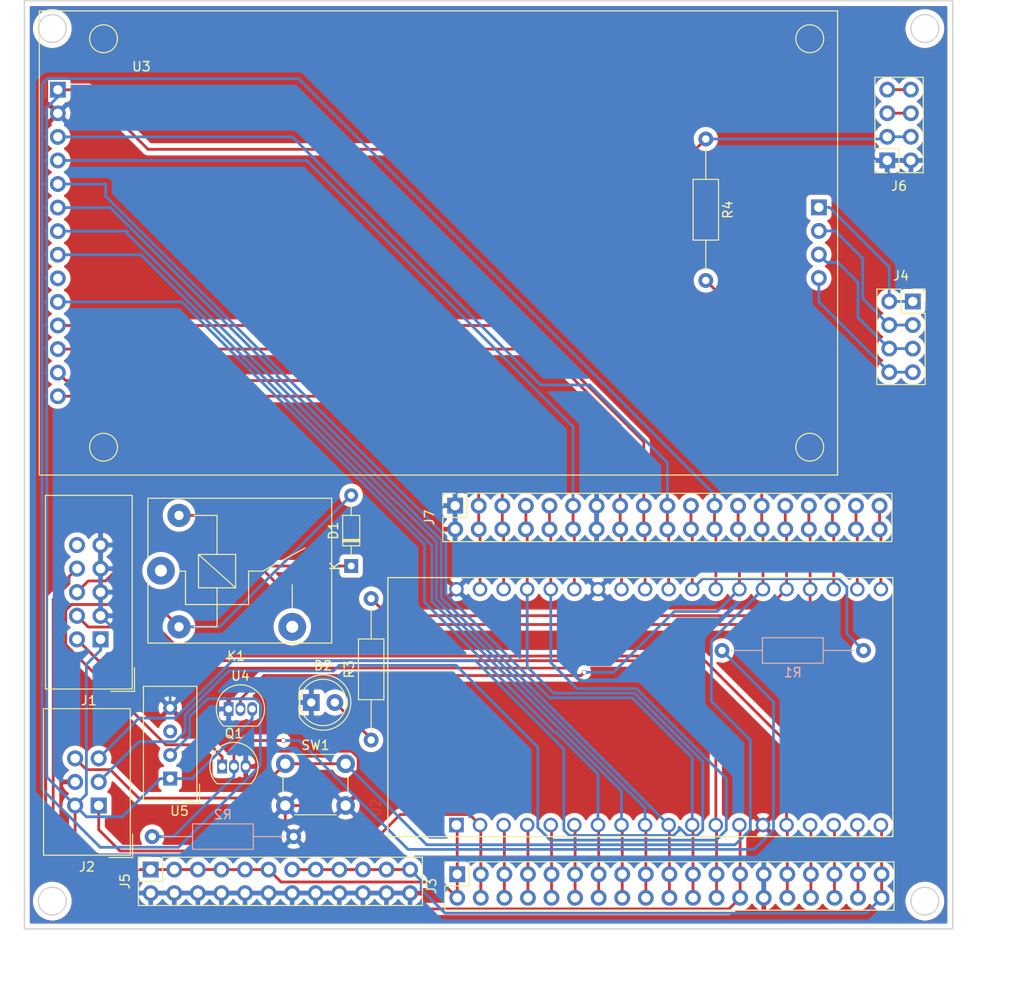
<source format=kicad_pcb>
(kicad_pcb (version 20171130) (host pcbnew 5.1.5+dfsg1-2build2)
  (layers (0 F.Cu signal) (31 B.Cu signal) (34 B.Paste user) (35 F.Paste user) (36 B.SilkS user) (37 F.SilkS user) (38 B.Mask user) (39 F.Mask user) (44 Edge.Cuts user))
  (net 0 "")
  (net 1 GND)
  (net 2 "Net-(D1-Pad1)")
  (net 3 "Net-(D1-Pad2)")
  (net 4 "Net-(D2-Pad2)")
  (net 5 /3.3V)
  (net 6 /IO14)
  (net 7 /IO13)
  (net 8 /IO15)
  (net 9 /IO12)
  (net 10 "Net-(J1-Pad10)")
  (net 11 /EN)
  (net 12 /IO3)
  (net 13 /IO1)
  (net 14 /IO0)
  (net 15 "Net-(J4-Pad7)")
  (net 16 "Net-(J4-Pad5)")
  (net 17 "Net-(J4-Pad3)")
  (net 18 "Net-(J4-Pad1)")
  (net 19 /VIN)
  (net 20 /SCL)
  (net 21 /SDA)
  (net 22 /IO23)
  (net 23 /IO22)
  (net 24 /IO21)
  (net 25 /IO19)
  (net 26 /IO18)
  (net 27 /IO5)
  (net 28 /IO17)
  (net 29 /IO16)
  (net 30 /IO4)
  (net 31 /IO2)
  (net 32 /IO8)
  (net 33 /IO7)
  (net 34 /IO6)
  (net 35 /E_RELE_A)
  (net 36 /E_RELE_B)
  (net 37 "Net-(Q1-Pad2)")
  (net 38 /IO36)
  (net 39 /IO39)
  (net 40 /IO34)
  (net 41 /IO35)
  (net 42 /IO32)
  (net 43 /IO33)
  (net 44 /IO25)
  (net 45 /IO26)
  (net 46 /IO27)
  (net 47 /IO9)
  (net 48 /IO10)
  (net 49 /IO11)
  (net 50 "Net-(U3-Pad9)")
  (net 51 "Net-(U5-Pad3)")
  (module Connector_PinSocket_2.54mm:PinSocket_2x19_P2.54mm_Vertical (layer F.Cu) (at 116.62 134.4 90)
    (fp_text reference J3 (at -1.27 -2.77 90) (layer F.SilkS))
    (fp_text value Conn_02x19_Counter_Clockwise)
    (pad 38 thru_hole oval (at -2.54 45.72 90) (size 1.7 1.7) (drill 1) (layers *.Cu *.Mask) (net 19 /VIN))
    (pad 37 thru_hole oval (at 0 45.72 90) (size 1.7 1.7) (drill 1) (layers *.Cu *.Mask) (net 19 /VIN))
    (pad 36 thru_hole oval (at -2.54 43.18 90) (size 1.7 1.7) (drill 1) (layers *.Cu *.Mask) (net 49 /IO11))
    (pad 35 thru_hole oval (at 0 43.18 90) (size 1.7 1.7) (drill 1) (layers *.Cu *.Mask) (net 49 /IO11))
    (pad 34 thru_hole oval (at -2.54 40.64 90) (size 1.7 1.7) (drill 1) (layers *.Cu *.Mask) (net 48 /IO10))
    (pad 33 thru_hole oval (at 0 40.64 90) (size 1.7 1.7) (drill 1) (layers *.Cu *.Mask) (net 48 /IO10))
    (pad 32 thru_hole oval (at -2.54 38.1 90) (size 1.7 1.7) (drill 1) (layers *.Cu *.Mask) (net 47 /IO9))
    (pad 31 thru_hole oval (at 0 38.1 90) (size 1.7 1.7) (drill 1) (layers *.Cu *.Mask) (net 47 /IO9))
    (pad 30 thru_hole oval (at -2.54 35.56 90) (size 1.7 1.7) (drill 1) (layers *.Cu *.Mask) (net 7 /IO13))
    (pad 29 thru_hole oval (at 0 35.56 90) (size 1.7 1.7) (drill 1) (layers *.Cu *.Mask) (net 7 /IO13))
    (pad 28 thru_hole oval (at -2.54 33.02 90) (size 1.7 1.7) (drill 1) (layers *.Cu *.Mask) (net 1 GND))
    (pad 27 thru_hole oval (at 0 33.02 90) (size 1.7 1.7) (drill 1) (layers *.Cu *.Mask) (net 1 GND))
    (pad 26 thru_hole oval (at -2.54 30.48 90) (size 1.7 1.7) (drill 1) (layers *.Cu *.Mask) (net 9 /IO12))
    (pad 25 thru_hole oval (at 0 30.48 90) (size 1.7 1.7) (drill 1) (layers *.Cu *.Mask) (net 9 /IO12))
    (pad 24 thru_hole oval (at -2.54 27.94 90) (size 1.7 1.7) (drill 1) (layers *.Cu *.Mask) (net 6 /IO14))
    (pad 23 thru_hole oval (at 0 27.94 90) (size 1.7 1.7) (drill 1) (layers *.Cu *.Mask) (net 6 /IO14))
    (pad 22 thru_hole oval (at -2.54 25.4 90) (size 1.7 1.7) (drill 1) (layers *.Cu *.Mask) (net 46 /IO27))
    (pad 21 thru_hole oval (at 0 25.4 90) (size 1.7 1.7) (drill 1) (layers *.Cu *.Mask) (net 46 /IO27))
    (pad 20 thru_hole oval (at -2.54 22.86 90) (size 1.7 1.7) (drill 1) (layers *.Cu *.Mask) (net 45 /IO26))
    (pad 19 thru_hole oval (at 0 22.86 90) (size 1.7 1.7) (drill 1) (layers *.Cu *.Mask) (net 45 /IO26))
    (pad 18 thru_hole oval (at -2.54 20.32 90) (size 1.7 1.7) (drill 1) (layers *.Cu *.Mask) (net 44 /IO25))
    (pad 17 thru_hole oval (at 0 20.32 90) (size 1.7 1.7) (drill 1) (layers *.Cu *.Mask) (net 44 /IO25))
    (pad 16 thru_hole oval (at -2.54 17.78 90) (size 1.7 1.7) (drill 1) (layers *.Cu *.Mask) (net 43 /IO33))
    (pad 15 thru_hole oval (at 0 17.78 90) (size 1.7 1.7) (drill 1) (layers *.Cu *.Mask) (net 43 /IO33))
    (pad 14 thru_hole oval (at -2.54 15.24 90) (size 1.7 1.7) (drill 1) (layers *.Cu *.Mask) (net 42 /IO32))
    (pad 13 thru_hole oval (at 0 15.24 90) (size 1.7 1.7) (drill 1) (layers *.Cu *.Mask) (net 42 /IO32))
    (pad 12 thru_hole oval (at -2.54 12.7 90) (size 1.7 1.7) (drill 1) (layers *.Cu *.Mask) (net 41 /IO35))
    (pad 11 thru_hole oval (at 0 12.7 90) (size 1.7 1.7) (drill 1) (layers *.Cu *.Mask) (net 41 /IO35))
    (pad 10 thru_hole oval (at -2.54 10.16 90) (size 1.7 1.7) (drill 1) (layers *.Cu *.Mask) (net 40 /IO34))
    (pad 9 thru_hole oval (at 0 10.16 90) (size 1.7 1.7) (drill 1) (layers *.Cu *.Mask) (net 40 /IO34))
    (pad 8 thru_hole oval (at -2.54 7.62 90) (size 1.7 1.7) (drill 1) (layers *.Cu *.Mask) (net 39 /IO39))
    (pad 7 thru_hole oval (at 0 7.62 90) (size 1.7 1.7) (drill 1) (layers *.Cu *.Mask) (net 39 /IO39))
    (pad 6 thru_hole oval (at -2.54 5.08 90) (size 1.7 1.7) (drill 1) (layers *.Cu *.Mask) (net 38 /IO36))
    (pad 5 thru_hole oval (at 0 5.08 90) (size 1.7 1.7) (drill 1) (layers *.Cu *.Mask) (net 38 /IO36))
    (pad 4 thru_hole oval (at -2.54 2.54 90) (size 1.7 1.7) (drill 1) (layers *.Cu *.Mask) (net 11 /EN))
    (pad 3 thru_hole oval (at 0 2.54 90) (size 1.7 1.7) (drill 1) (layers *.Cu *.Mask) (net 11 /EN))
    (pad 2 thru_hole oval (at -2.54 0 90) (size 1.7 1.7) (drill 1) (layers *.Cu *.Mask) (net 5 /3.3V))
    (pad 1 thru_hole rect (at 0 0 90) (size 1.7 1.7) (drill 1) (layers *.Cu *.Mask) (net 5 /3.3V))
  )
  (module Diode_THT:D_DO-34_SOD68_P7.62mm_Horizontal (layer F.Cu) (at 105.2 101.2 90)
    (fp_text reference D1 (at 3.81 -1.92 90) (layer F.SilkS))
    (fp_text value 1N4148)
    (fp_text user K (at 0 -1.75 90) (layer F.SilkS))
    (pad 1 thru_hole rect (at 0 0 90) (size 1.5 1.5) (drill 0.75) (layers *.Cu *.Mask) (net 2 "Net-(D1-Pad1)"))
    (pad 2 thru_hole oval (at 7.62 0 90) (size 1.5 1.5) (drill 0.75) (layers *.Cu *.Mask) (net 3 "Net-(D1-Pad2)"))
  )
  (module LED_THT:LED_D5.0mm (layer F.Cu) (at 100.9 115.9)
    (fp_text reference D2 (at 1.27 -3.96) (layer F.SilkS))
    (fp_text value LED)
    (pad 1 thru_hole rect (at 0 0) (size 1.8 1.8) (drill 0.9) (layers *.Cu *.Mask) (net 1 GND))
    (pad 2 thru_hole circle (at 2.54 0) (size 1.8 1.8) (drill 0.9) (layers *.Cu *.Mask) (net 4 "Net-(D2-Pad2)"))
  )
  (module Connector_IDC:IDC-Header_2x05_P2.54mm_Vertical (layer F.Cu) (at 78.2 109.1 180)
    (fp_text reference J1 (at 1.27 -6.604) (layer F.SilkS))
    (fp_text value Conn_02x05_JTAG)
    (pad 1 thru_hole rect (at 0 0 180) (size 1.7272 1.7272) (drill 1.016) (layers *.Cu *.Mask) (net 5 /3.3V))
    (pad 2 thru_hole oval (at 2.54 0 180) (size 1.7272 1.7272) (drill 1.016) (layers *.Cu *.Mask) (net 6 /IO14))
    (pad 3 thru_hole oval (at 0 2.54 180) (size 1.7272 1.7272) (drill 1.016) (layers *.Cu *.Mask) (net 1 GND))
    (pad 4 thru_hole oval (at 2.54 2.54 180) (size 1.7272 1.7272) (drill 1.016) (layers *.Cu *.Mask) (net 7 /IO13))
    (pad 5 thru_hole oval (at 0 5.08 180) (size 1.7272 1.7272) (drill 1.016) (layers *.Cu *.Mask) (net 1 GND))
    (pad 6 thru_hole oval (at 2.54 5.08 180) (size 1.7272 1.7272) (drill 1.016) (layers *.Cu *.Mask) (net 8 /IO15))
    (pad 7 thru_hole oval (at 0 7.62 180) (size 1.7272 1.7272) (drill 1.016) (layers *.Cu *.Mask) (net 1 GND))
    (pad 8 thru_hole oval (at 2.54 7.62 180) (size 1.7272 1.7272) (drill 1.016) (layers *.Cu *.Mask) (net 9 /IO12))
    (pad 9 thru_hole oval (at 0 10.16 180) (size 1.7272 1.7272) (drill 1.016) (layers *.Cu *.Mask) (net 1 GND))
    (pad 10 thru_hole oval (at 2.54 10.16 180) (size 1.7272 1.7272) (drill 1.016) (layers *.Cu *.Mask) (net 10 "Net-(J1-Pad10)"))
  )
  (module Connector_IDC:IDC-Header_2x03_P2.54mm_Vertical (layer F.Cu) (at 78 127 180)
    (fp_text reference J2 (at 1.27 -6.604) (layer F.SilkS))
    (fp_text value Conn_02x03_Top_Bottom)
    (pad 1 thru_hole rect (at 0 0 180) (size 1.7272 1.7272) (drill 1.016) (layers *.Cu *.Mask) (net 11 /EN))
    (pad 2 thru_hole oval (at 2.54 0 180) (size 1.7272 1.7272) (drill 1.016) (layers *.Cu *.Mask) (net 5 /3.3V))
    (pad 3 thru_hole oval (at 0 2.54 180) (size 1.7272 1.7272) (drill 1.016) (layers *.Cu *.Mask) (net 12 /IO3))
    (pad 4 thru_hole oval (at 2.54 2.54 180) (size 1.7272 1.7272) (drill 1.016) (layers *.Cu *.Mask) (net 1 GND))
    (pad 5 thru_hole oval (at 0 5.08 180) (size 1.7272 1.7272) (drill 1.016) (layers *.Cu *.Mask) (net 13 /IO1))
    (pad 6 thru_hole oval (at 2.54 5.08 180) (size 1.7272 1.7272) (drill 1.016) (layers *.Cu *.Mask) (net 14 /IO0))
  )
  (module Connector_PinSocket_2.54mm:PinSocket_2x04_P2.54mm_Vertical (layer F.Cu) (at 165.7 72.7)
    (fp_text reference J4 (at -1.27 -2.77) (layer F.SilkS))
    (fp_text value Conn_02x04_Counter_Clockwise)
    (pad 8 thru_hole oval (at -2.54 7.62) (size 1.7 1.7) (drill 1) (layers *.Cu *.Mask) (net 15 "Net-(J4-Pad7)"))
    (pad 7 thru_hole oval (at 0 7.62) (size 1.7 1.7) (drill 1) (layers *.Cu *.Mask) (net 15 "Net-(J4-Pad7)"))
    (pad 6 thru_hole oval (at -2.54 5.08) (size 1.7 1.7) (drill 1) (layers *.Cu *.Mask) (net 16 "Net-(J4-Pad5)"))
    (pad 5 thru_hole oval (at 0 5.08) (size 1.7 1.7) (drill 1) (layers *.Cu *.Mask) (net 16 "Net-(J4-Pad5)"))
    (pad 4 thru_hole oval (at -2.54 2.54) (size 1.7 1.7) (drill 1) (layers *.Cu *.Mask) (net 17 "Net-(J4-Pad3)"))
    (pad 3 thru_hole oval (at 0 2.54) (size 1.7 1.7) (drill 1) (layers *.Cu *.Mask) (net 17 "Net-(J4-Pad3)"))
    (pad 2 thru_hole oval (at -2.54 0) (size 1.7 1.7) (drill 1) (layers *.Cu *.Mask) (net 18 "Net-(J4-Pad1)"))
    (pad 1 thru_hole rect (at 0 0) (size 1.7 1.7) (drill 1) (layers *.Cu *.Mask) (net 18 "Net-(J4-Pad1)"))
  )
  (module Connector_PinSocket_2.54mm:PinSocket_2x12_P2.54mm_Vertical (layer F.Cu) (at 83.6 133.9 90)
    (fp_text reference J5 (at -1.27 -2.77 90) (layer F.SilkS))
    (fp_text value Conn_02x12_Counter_Clockwise)
    (pad 1 thru_hole rect (at 0 0 90) (size 1.7 1.7) (drill 1) (layers *.Cu *.Mask) (net 5 /3.3V))
    (pad 2 thru_hole oval (at -2.54 0 90) (size 1.7 1.7) (drill 1) (layers *.Cu *.Mask) (net 1 GND))
    (pad 3 thru_hole oval (at 0 2.54 90) (size 1.7 1.7) (drill 1) (layers *.Cu *.Mask) (net 5 /3.3V))
    (pad 4 thru_hole oval (at -2.54 2.54 90) (size 1.7 1.7) (drill 1) (layers *.Cu *.Mask) (net 1 GND))
    (pad 5 thru_hole oval (at 0 5.08 90) (size 1.7 1.7) (drill 1) (layers *.Cu *.Mask) (net 5 /3.3V))
    (pad 6 thru_hole oval (at -2.54 5.08 90) (size 1.7 1.7) (drill 1) (layers *.Cu *.Mask) (net 1 GND))
    (pad 7 thru_hole oval (at 0 7.62 90) (size 1.7 1.7) (drill 1) (layers *.Cu *.Mask) (net 5 /3.3V))
    (pad 8 thru_hole oval (at -2.54 7.62 90) (size 1.7 1.7) (drill 1) (layers *.Cu *.Mask) (net 1 GND))
    (pad 9 thru_hole oval (at 0 10.16 90) (size 1.7 1.7) (drill 1) (layers *.Cu *.Mask) (net 5 /3.3V))
    (pad 10 thru_hole oval (at -2.54 10.16 90) (size 1.7 1.7) (drill 1) (layers *.Cu *.Mask) (net 1 GND))
    (pad 11 thru_hole oval (at 0 12.7 90) (size 1.7 1.7) (drill 1) (layers *.Cu *.Mask) (net 5 /3.3V))
    (pad 12 thru_hole oval (at -2.54 12.7 90) (size 1.7 1.7) (drill 1) (layers *.Cu *.Mask) (net 1 GND))
    (pad 13 thru_hole oval (at 0 15.24 90) (size 1.7 1.7) (drill 1) (layers *.Cu *.Mask) (net 19 /VIN))
    (pad 14 thru_hole oval (at -2.54 15.24 90) (size 1.7 1.7) (drill 1) (layers *.Cu *.Mask) (net 1 GND))
    (pad 15 thru_hole oval (at 0 17.78 90) (size 1.7 1.7) (drill 1) (layers *.Cu *.Mask) (net 19 /VIN))
    (pad 16 thru_hole oval (at -2.54 17.78 90) (size 1.7 1.7) (drill 1) (layers *.Cu *.Mask) (net 1 GND))
    (pad 17 thru_hole oval (at 0 20.32 90) (size 1.7 1.7) (drill 1) (layers *.Cu *.Mask) (net 19 /VIN))
    (pad 18 thru_hole oval (at -2.54 20.32 90) (size 1.7 1.7) (drill 1) (layers *.Cu *.Mask) (net 1 GND))
    (pad 19 thru_hole oval (at 0 22.86 90) (size 1.7 1.7) (drill 1) (layers *.Cu *.Mask) (net 19 /VIN))
    (pad 20 thru_hole oval (at -2.54 22.86 90) (size 1.7 1.7) (drill 1) (layers *.Cu *.Mask) (net 1 GND))
    (pad 21 thru_hole oval (at 0 25.4 90) (size 1.7 1.7) (drill 1) (layers *.Cu *.Mask) (net 19 /VIN))
    (pad 22 thru_hole oval (at -2.54 25.4 90) (size 1.7 1.7) (drill 1) (layers *.Cu *.Mask) (net 1 GND))
    (pad 23 thru_hole oval (at 0 27.94 90) (size 1.7 1.7) (drill 1) (layers *.Cu *.Mask) (net 19 /VIN))
    (pad 24 thru_hole oval (at -2.54 27.94 90) (size 1.7 1.7) (drill 1) (layers *.Cu *.Mask) (net 1 GND))
  )
  (module Connector_PinSocket_2.54mm:PinSocket_2x04_P2.54mm_Vertical (layer F.Cu) (at 162.95 57.5 180)
    (fp_text reference J6 (at -1.27 -2.77) (layer F.SilkS))
    (fp_text value Conn_02x04_Counter_Clockwise_lcd)
    (pad 1 thru_hole rect (at 0 0 180) (size 1.7 1.7) (drill 1) (layers *.Cu *.Mask) (net 1 GND))
    (pad 2 thru_hole oval (at -2.54 0 180) (size 1.7 1.7) (drill 1) (layers *.Cu *.Mask) (net 1 GND))
    (pad 3 thru_hole oval (at 0 2.54 180) (size 1.7 1.7) (drill 1) (layers *.Cu *.Mask) (net 5 /3.3V))
    (pad 4 thru_hole oval (at -2.54 2.54 180) (size 1.7 1.7) (drill 1) (layers *.Cu *.Mask) (net 5 /3.3V))
    (pad 5 thru_hole oval (at 0 5.08 180) (size 1.7 1.7) (drill 1) (layers *.Cu *.Mask) (net 20 /SCL))
    (pad 6 thru_hole oval (at -2.54 5.08 180) (size 1.7 1.7) (drill 1) (layers *.Cu *.Mask) (net 20 /SCL))
    (pad 7 thru_hole oval (at 0 7.62 180) (size 1.7 1.7) (drill 1) (layers *.Cu *.Mask) (net 21 /SDA))
    (pad 8 thru_hole oval (at -2.54 7.62 180) (size 1.7 1.7) (drill 1) (layers *.Cu *.Mask) (net 21 /SDA))
  )
  (module Connector_PinSocket_2.54mm:PinSocket_2x19_P2.54mm_Vertical (layer F.Cu) (at 116.4 94.7 90)
    (fp_text reference J7 (at -1.27 -2.77 90) (layer F.SilkS))
    (fp_text value Conn_02x19_Counter_Clockwise)
    (pad 1 thru_hole rect (at 0 0 90) (size 1.7 1.7) (drill 1) (layers *.Cu *.Mask) (net 1 GND))
    (pad 2 thru_hole oval (at -2.54 0 90) (size 1.7 1.7) (drill 1) (layers *.Cu *.Mask) (net 1 GND))
    (pad 3 thru_hole oval (at 0 2.54 90) (size 1.7 1.7) (drill 1) (layers *.Cu *.Mask) (net 22 /IO23))
    (pad 4 thru_hole oval (at -2.54 2.54 90) (size 1.7 1.7) (drill 1) (layers *.Cu *.Mask) (net 22 /IO23))
    (pad 5 thru_hole oval (at 0 5.08 90) (size 1.7 1.7) (drill 1) (layers *.Cu *.Mask) (net 23 /IO22))
    (pad 6 thru_hole oval (at -2.54 5.08 90) (size 1.7 1.7) (drill 1) (layers *.Cu *.Mask) (net 23 /IO22))
    (pad 7 thru_hole oval (at 0 7.62 90) (size 1.7 1.7) (drill 1) (layers *.Cu *.Mask) (net 13 /IO1))
    (pad 8 thru_hole oval (at -2.54 7.62 90) (size 1.7 1.7) (drill 1) (layers *.Cu *.Mask) (net 13 /IO1))
    (pad 9 thru_hole oval (at 0 10.16 90) (size 1.7 1.7) (drill 1) (layers *.Cu *.Mask) (net 12 /IO3))
    (pad 10 thru_hole oval (at -2.54 10.16 90) (size 1.7 1.7) (drill 1) (layers *.Cu *.Mask) (net 12 /IO3))
    (pad 11 thru_hole oval (at 0 12.7 90) (size 1.7 1.7) (drill 1) (layers *.Cu *.Mask) (net 24 /IO21))
    (pad 12 thru_hole oval (at -2.54 12.7 90) (size 1.7 1.7) (drill 1) (layers *.Cu *.Mask) (net 24 /IO21))
    (pad 13 thru_hole oval (at 0 15.24 90) (size 1.7 1.7) (drill 1) (layers *.Cu *.Mask) (net 1 GND))
    (pad 14 thru_hole oval (at -2.54 15.24 90) (size 1.7 1.7) (drill 1) (layers *.Cu *.Mask) (net 1 GND))
    (pad 15 thru_hole oval (at 0 17.78 90) (size 1.7 1.7) (drill 1) (layers *.Cu *.Mask) (net 25 /IO19))
    (pad 16 thru_hole oval (at -2.54 17.78 90) (size 1.7 1.7) (drill 1) (layers *.Cu *.Mask) (net 25 /IO19))
    (pad 17 thru_hole oval (at 0 20.32 90) (size 1.7 1.7) (drill 1) (layers *.Cu *.Mask) (net 26 /IO18))
    (pad 18 thru_hole oval (at -2.54 20.32 90) (size 1.7 1.7) (drill 1) (layers *.Cu *.Mask) (net 26 /IO18))
    (pad 19 thru_hole oval (at 0 22.86 90) (size 1.7 1.7) (drill 1) (layers *.Cu *.Mask) (net 27 /IO5))
    (pad 20 thru_hole oval (at -2.54 22.86 90) (size 1.7 1.7) (drill 1) (layers *.Cu *.Mask) (net 27 /IO5))
    (pad 21 thru_hole oval (at 0 25.4 90) (size 1.7 1.7) (drill 1) (layers *.Cu *.Mask) (net 28 /IO17))
    (pad 22 thru_hole oval (at -2.54 25.4 90) (size 1.7 1.7) (drill 1) (layers *.Cu *.Mask) (net 28 /IO17))
    (pad 23 thru_hole oval (at 0 27.94 90) (size 1.7 1.7) (drill 1) (layers *.Cu *.Mask) (net 29 /IO16))
    (pad 24 thru_hole oval (at -2.54 27.94 90) (size 1.7 1.7) (drill 1) (layers *.Cu *.Mask) (net 29 /IO16))
    (pad 25 thru_hole oval (at 0 30.48 90) (size 1.7 1.7) (drill 1) (layers *.Cu *.Mask) (net 30 /IO4))
    (pad 26 thru_hole oval (at -2.54 30.48 90) (size 1.7 1.7) (drill 1) (layers *.Cu *.Mask) (net 30 /IO4))
    (pad 27 thru_hole oval (at 0 33.02 90) (size 1.7 1.7) (drill 1) (layers *.Cu *.Mask) (net 14 /IO0))
    (pad 28 thru_hole oval (at -2.54 33.02 90) (size 1.7 1.7) (drill 1) (layers *.Cu *.Mask) (net 14 /IO0))
    (pad 29 thru_hole oval (at 0 35.56 90) (size 1.7 1.7) (drill 1) (layers *.Cu *.Mask) (net 31 /IO2))
    (pad 30 thru_hole oval (at -2.54 35.56 90) (size 1.7 1.7) (drill 1) (layers *.Cu *.Mask) (net 31 /IO2))
    (pad 31 thru_hole oval (at 0 38.1 90) (size 1.7 1.7) (drill 1) (layers *.Cu *.Mask) (net 8 /IO15))
    (pad 32 thru_hole oval (at -2.54 38.1 90) (size 1.7 1.7) (drill 1) (layers *.Cu *.Mask) (net 8 /IO15))
    (pad 33 thru_hole oval (at 0 40.64 90) (size 1.7 1.7) (drill 1) (layers *.Cu *.Mask) (net 32 /IO8))
    (pad 34 thru_hole oval (at -2.54 40.64 90) (size 1.7 1.7) (drill 1) (layers *.Cu *.Mask) (net 32 /IO8))
    (pad 35 thru_hole oval (at 0 43.18 90) (size 1.7 1.7) (drill 1) (layers *.Cu *.Mask) (net 33 /IO7))
    (pad 36 thru_hole oval (at -2.54 43.18 90) (size 1.7 1.7) (drill 1) (layers *.Cu *.Mask) (net 33 /IO7))
    (pad 37 thru_hole oval (at 0 45.72 90) (size 1.7 1.7) (drill 1) (layers *.Cu *.Mask) (net 34 /IO6))
    (pad 38 thru_hole oval (at -2.54 45.72 90) (size 1.7 1.7) (drill 1) (layers *.Cu *.Mask) (net 34 /IO6))
  )
  (module Relay_THT:Relay_SPST_SANYOU_SRD_Series_Form_A (layer F.Cu) (at 84.7 101.7)
    (fp_text reference K1 (at 8.1 9.2) (layer F.SilkS))
    (fp_text value SANYOU_SRD_Form_A)
    (pad 2 thru_hole circle (at 1.95 6.05 90) (size 2.5 2.5) (drill 1) (layers *.Cu *.Mask) (net 3 "Net-(D1-Pad2)"))
    (pad 3 thru_hole circle (at 14.15 6.05 90) (size 3 3) (drill 1.3) (layers *.Cu *.Mask) (net 35 /E_RELE_A))
    (pad 5 thru_hole circle (at 1.95 -5.95 90) (size 2.5 2.5) (drill 1) (layers *.Cu *.Mask) (net 2 "Net-(D1-Pad1)"))
    (pad 1 thru_hole circle (at 0 0 90) (size 3 3) (drill 1.3) (layers *.Cu *.Mask) (net 36 /E_RELE_B))
  )
  (module Package_TO_SOT_THT:TO-92_Inline (layer F.Cu) (at 91.3 122.8)
    (fp_text reference Q1 (at 1.27 -3.56) (layer F.SilkS))
    (fp_text value BC547)
    (pad 1 thru_hole rect (at 0 0) (size 1.05 1.5) (drill 0.75) (layers *.Cu *.Mask) (net 3 "Net-(D1-Pad2)"))
    (pad 3 thru_hole oval (at 2.54 0) (size 1.05 1.5) (drill 0.75) (layers *.Cu *.Mask) (net 1 GND))
    (pad 2 thru_hole oval (at 1.27 0) (size 1.05 1.5) (drill 0.75) (layers *.Cu *.Mask) (net 37 "Net-(Q1-Pad2)"))
  )
  (module Resistor_THT:R_Axial_DIN0207_L6.3mm_D2.5mm_P15.24mm_Horizontal (layer B.Cu) (at 145.15 110.3)
    (fp_text reference R1 (at 7.62 2.37) (layer B.SilkS) (effects (justify mirror)))
    (fp_text value R)
    (pad 2 thru_hole oval (at 15.24 0) (size 1.6 1.6) (drill 0.8) (layers *.Cu *.Mask) (net 28 /IO17))
    (pad 1 thru_hole circle (at 0 0) (size 1.6 1.6) (drill 0.8) (layers *.Cu *.Mask) (net 37 "Net-(Q1-Pad2)"))
  )
  (module Resistor_THT:R_Axial_DIN0207_L6.3mm_D2.5mm_P15.24mm_Horizontal (layer B.Cu) (at 99 130.35 180)
    (fp_text reference R2 (at 7.62 2.37 180) (layer B.SilkS) (effects (justify mirror)))
    (fp_text value R)
    (pad 1 thru_hole circle (at 0 0 180) (size 1.6 1.6) (drill 0.8) (layers *.Cu *.Mask) (net 1 GND))
    (pad 2 thru_hole oval (at 15.24 0 180) (size 1.6 1.6) (drill 0.8) (layers *.Cu *.Mask) (net 37 "Net-(Q1-Pad2)"))
  )
  (module Resistor_THT:R_Axial_DIN0207_L6.3mm_D2.5mm_P15.24mm_Horizontal (layer F.Cu) (at 107.35 119.95 90)
    (fp_text reference R3 (at 7.62 -2.37 90) (layer F.SilkS))
    (fp_text value R)
    (pad 2 thru_hole oval (at 15.24 0 90) (size 1.6 1.6) (drill 0.8) (layers *.Cu *.Mask) (net 31 /IO2))
    (pad 1 thru_hole circle (at 0 0 90) (size 1.6 1.6) (drill 0.8) (layers *.Cu *.Mask) (net 4 "Net-(D2-Pad2)"))
  )
  (module Resistor_THT:R_Axial_DIN0207_L6.3mm_D2.5mm_P15.24mm_Horizontal (layer F.Cu) (at 143.4 55.2 270)
    (fp_text reference R4 (at 7.62 -2.37 90) (layer F.SilkS))
    (fp_text value R)
    (pad 1 thru_hole circle (at 0 0 270) (size 1.6 1.6) (drill 0.8) (layers *.Cu *.Mask) (net 5 /3.3V))
    (pad 2 thru_hole oval (at 15.24 0 270) (size 1.6 1.6) (drill 0.8) (layers *.Cu *.Mask) (net 14 /IO0))
  )
  (module Button_Switch_THT:SW_PUSH_6mm_H4.3mm (layer F.Cu) (at 98.1 122.5)
    (fp_text reference SW1 (at 3.25 -2) (layer F.SilkS))
    (fp_text value SW_Push)
    (pad 2 thru_hole circle (at 0 4.5 90) (size 2 2) (drill 1.1) (layers *.Cu *.Mask) (net 1 GND))
    (pad 1 thru_hole circle (at 0 0 90) (size 2 2) (drill 1.1) (layers *.Cu *.Mask) (net 14 /IO0))
    (pad 2 thru_hole circle (at 6.5 4.5 90) (size 2 2) (drill 1.1) (layers *.Cu *.Mask) (net 1 GND))
    (pad 1 thru_hole circle (at 6.5 0 90) (size 2 2) (drill 1.1) (layers *.Cu *.Mask) (net 14 /IO0))
  )
  (module devkitcv4:MODULE_ESP32-DEVKITC-32D (layer F.Cu) (at 136.3 116.4 90)
    (fp_text reference U2 (at -10.829175 -28.446045 90) (layer F.SilkS) (effects (font (size 1.000386 1.000386) (thickness 0.015))))
    (fp_text value ESP32-DEVKITC-32D)
    (pad 1 thru_hole rect (at -12.7 -19.76 90) (size 1.56 1.56) (drill 1.04) (layers *.Cu *.Mask) (net 5 /3.3V))
    (pad 2 thru_hole circle (at -12.7 -17.22 90) (size 1.56 1.56) (drill 1.04) (layers *.Cu *.Mask) (net 11 /EN))
    (pad 19 thru_hole circle (at -12.7 25.96 90) (size 1.56 1.56) (drill 1.04) (layers *.Cu *.Mask) (net 19 /VIN))
    (pad 3 thru_hole circle (at -12.7 -14.68 90) (size 1.56 1.56) (drill 1.04) (layers *.Cu *.Mask) (net 38 /IO36))
    (pad 4 thru_hole circle (at -12.7 -12.14 90) (size 1.56 1.56) (drill 1.04) (layers *.Cu *.Mask) (net 39 /IO39))
    (pad 5 thru_hole circle (at -12.7 -9.6 90) (size 1.56 1.56) (drill 1.04) (layers *.Cu *.Mask) (net 40 /IO34))
    (pad 6 thru_hole circle (at -12.7 -7.06 90) (size 1.56 1.56) (drill 1.04) (layers *.Cu *.Mask) (net 41 /IO35))
    (pad 7 thru_hole circle (at -12.7 -4.52 90) (size 1.56 1.56) (drill 1.04) (layers *.Cu *.Mask) (net 42 /IO32))
    (pad 8 thru_hole circle (at -12.7 -1.98 90) (size 1.56 1.56) (drill 1.04) (layers *.Cu *.Mask) (net 43 /IO33))
    (pad 9 thru_hole circle (at -12.7 0.56 90) (size 1.56 1.56) (drill 1.04) (layers *.Cu *.Mask) (net 44 /IO25))
    (pad 10 thru_hole circle (at -12.7 3.1 90) (size 1.56 1.56) (drill 1.04) (layers *.Cu *.Mask) (net 45 /IO26))
    (pad 11 thru_hole circle (at -12.7 5.64 90) (size 1.56 1.56) (drill 1.04) (layers *.Cu *.Mask) (net 46 /IO27))
    (pad 12 thru_hole circle (at -12.7 8.18 90) (size 1.56 1.56) (drill 1.04) (layers *.Cu *.Mask) (net 6 /IO14))
    (pad 13 thru_hole circle (at -12.7 10.72 90) (size 1.56 1.56) (drill 1.04) (layers *.Cu *.Mask) (net 9 /IO12))
    (pad 14 thru_hole circle (at -12.7 13.26 90) (size 1.56 1.56) (drill 1.04) (layers *.Cu *.Mask) (net 1 GND))
    (pad 15 thru_hole circle (at -12.7 15.8 90) (size 1.56 1.56) (drill 1.04) (layers *.Cu *.Mask) (net 7 /IO13))
    (pad 16 thru_hole circle (at -12.7 18.34 90) (size 1.56 1.56) (drill 1.04) (layers *.Cu *.Mask) (net 47 /IO9))
    (pad 17 thru_hole circle (at -12.7 20.88 90) (size 1.56 1.56) (drill 1.04) (layers *.Cu *.Mask) (net 48 /IO10))
    (pad 18 thru_hole circle (at -12.7 23.42 90) (size 1.56 1.56) (drill 1.04) (layers *.Cu *.Mask) (net 49 /IO11))
    (pad 20 thru_hole circle (at 12.7 -19.76 90) (size 1.56 1.56) (drill 1.04) (layers *.Cu *.Mask) (net 1 GND))
    (pad 21 thru_hole circle (at 12.7 -17.22 90) (size 1.56 1.56) (drill 1.04) (layers *.Cu *.Mask) (net 22 /IO23))
    (pad 22 thru_hole circle (at 12.7 -14.68 90) (size 1.56 1.56) (drill 1.04) (layers *.Cu *.Mask) (net 23 /IO22))
    (pad 23 thru_hole circle (at 12.7 -12.14 90) (size 1.56 1.56) (drill 1.04) (layers *.Cu *.Mask) (net 13 /IO1))
    (pad 24 thru_hole circle (at 12.7 -9.6 90) (size 1.56 1.56) (drill 1.04) (layers *.Cu *.Mask) (net 12 /IO3))
    (pad 25 thru_hole circle (at 12.7 -7.06 90) (size 1.56 1.56) (drill 1.04) (layers *.Cu *.Mask) (net 24 /IO21))
    (pad 26 thru_hole circle (at 12.7 -4.52 90) (size 1.56 1.56) (drill 1.04) (layers *.Cu *.Mask) (net 1 GND))
    (pad 27 thru_hole circle (at 12.7 -1.98 90) (size 1.56 1.56) (drill 1.04) (layers *.Cu *.Mask) (net 25 /IO19))
    (pad 28 thru_hole circle (at 12.7 0.56 90) (size 1.56 1.56) (drill 1.04) (layers *.Cu *.Mask) (net 26 /IO18))
    (pad 29 thru_hole circle (at 12.7 3.1 90) (size 1.56 1.56) (drill 1.04) (layers *.Cu *.Mask) (net 27 /IO5))
    (pad 30 thru_hole circle (at 12.7 5.64 90) (size 1.56 1.56) (drill 1.04) (layers *.Cu *.Mask) (net 28 /IO17))
    (pad 31 thru_hole circle (at 12.7 8.18 90) (size 1.56 1.56) (drill 1.04) (layers *.Cu *.Mask) (net 29 /IO16))
    (pad 32 thru_hole circle (at 12.7 10.72 90) (size 1.56 1.56) (drill 1.04) (layers *.Cu *.Mask) (net 30 /IO4))
    (pad 33 thru_hole circle (at 12.7 13.26 90) (size 1.56 1.56) (drill 1.04) (layers *.Cu *.Mask) (net 14 /IO0))
    (pad 34 thru_hole circle (at 12.7 15.8 90) (size 1.56 1.56) (drill 1.04) (layers *.Cu *.Mask) (net 31 /IO2))
    (pad 35 thru_hole circle (at 12.7 18.34 90) (size 1.56 1.56) (drill 1.04) (layers *.Cu *.Mask) (net 8 /IO15))
    (pad 36 thru_hole circle (at 12.7 20.88 90) (size 1.56 1.56) (drill 1.04) (layers *.Cu *.Mask) (net 32 /IO8))
    (pad 37 thru_hole circle (at 12.7 23.42 90) (size 1.56 1.56) (drill 1.04) (layers *.Cu *.Mask) (net 33 /IO7))
    (pad 38 thru_hole circle (at 12.7 25.96 90) (size 1.56 1.56) (drill 1.04) (layers *.Cu *.Mask) (net 34 /IO6))
  )
  (module tjctm24028-spi:tjctm24028-spi (layer F.Cu) (at 71.6 41.4)
    (fp_text reference U3 (at 11 6) (layer F.SilkS))
    (fp_text value TJCTM24028-SPI)
    (pad 12 thru_hole circle (at 2 36.43) (size 1.7 1.7) (drill 1) (layers *.Cu *.Mask) (net 25 /IO19))
    (pad 11 thru_hole circle (at 2 33.89) (size 1.7 1.7) (drill 1) (layers *.Cu *.Mask) (net 26 /IO18))
    (pad 10 thru_hole circle (at 2 31.35) (size 1.7 1.7) (drill 1) (layers *.Cu *.Mask) (net 42 /IO32))
    (pad 9 thru_hole circle (at 2 28.81) (size 1.7 1.7) (drill 1) (layers *.Cu *.Mask) (net 50 "Net-(U3-Pad9)"))
    (pad 8 thru_hole circle (at 2 26.27) (size 1.7 1.7) (drill 1) (layers *.Cu *.Mask) (net 43 /IO33))
    (pad 7 thru_hole circle (at 2 23.73) (size 1.7 1.7) (drill 1) (layers *.Cu *.Mask) (net 44 /IO25))
    (pad 6 thru_hole circle (at 2 21.19) (size 1.7 1.7) (drill 1) (layers *.Cu *.Mask) (net 45 /IO26))
    (pad 5 thru_hole circle (at 2 18.65) (size 1.7 1.7) (drill 1) (layers *.Cu *.Mask) (net 46 /IO27))
    (pad 4 thru_hole circle (at 2 16.11) (size 1.7 1.7) (drill 1) (layers *.Cu *.Mask) (net 24 /IO21))
    (pad 3 thru_hole circle (at 2 13.57) (size 1.7 1.7) (drill 1) (layers *.Cu *.Mask) (net 27 /IO5))
    (pad 2 thru_hole circle (at 2 11.03) (size 1.7 1.7) (drill 1) (layers *.Cu *.Mask) (net 1 GND))
    (pad 1 thru_hole rect (at 2 8.49) (size 1.7 1.7) (drill 1) (layers *.Cu *.Mask) (net 5 /3.3V))
    (pad 13 thru_hole circle (at 2 38.97) (size 1.7 1.7) (drill 1) (layers *.Cu *.Mask) (net 23 /IO22))
    (pad 14 thru_hole circle (at 2 41.51) (size 1.7 1.7) (drill 1) (layers *.Cu *.Mask) (net 22 /IO23))
    (pad 16 thru_hole circle (at 83.98 23.7) (size 1.7 1.7) (drill 1) (layers *.Cu *.Mask) (net 17 "Net-(J4-Pad3)"))
    (pad 15 thru_hole rect (at 83.98 21.16) (size 1.7 1.7) (drill 1) (layers *.Cu *.Mask) (net 18 "Net-(J4-Pad1)"))
    (pad 17 thru_hole circle (at 83.98 26.24) (size 1.7 1.7) (drill 1) (layers *.Cu *.Mask) (net 16 "Net-(J4-Pad5)"))
    (pad 18 thru_hole circle (at 83.98 28.78) (size 1.7 1.7) (drill 1) (layers *.Cu *.Mask) (net 15 "Net-(J4-Pad7)"))
  )
  (module Package_TO_SOT_THT:TO-92_Inline (layer F.Cu) (at 92 116.6)
    (fp_text reference U4 (at 1.27 -3.56) (layer F.SilkS))
    (fp_text value DS18B20)
    (pad 2 thru_hole oval (at 1.27 0) (size 1.05 1.5) (drill 0.75) (layers *.Cu *.Mask) (net 30 /IO4))
    (pad 3 thru_hole oval (at 2.54 0) (size 1.05 1.5) (drill 0.75) (layers *.Cu *.Mask) (net 5 /3.3V))
    (pad 1 thru_hole rect (at 0 0) (size 1.05 1.5) (drill 0.75) (layers *.Cu *.Mask) (net 1 GND))
  )
  (module Sensor:Aosong_DHT11_5.5x12.0_P2.54mm (layer F.Cu) (at 85.7 124.1 180)
    (fp_text reference U5 (at -1 -3.5) (layer F.SilkS))
    (fp_text value DHT11)
    (pad 1 thru_hole rect (at 0 0 180) (size 1.5 1.5) (drill 0.8) (layers *.Cu *.Mask) (net 5 /3.3V))
    (pad 2 thru_hole circle (at 0 2.54 180) (size 1.5 1.5) (drill 0.8) (layers *.Cu *.Mask) (net 29 /IO16))
    (pad 3 thru_hole circle (at 0 5.08 180) (size 1.5 1.5) (drill 0.8) (layers *.Cu *.Mask) (net 51 "Net-(U5-Pad3)"))
    (pad 4 thru_hole circle (at 0 7.62 180) (size 1.5 1.5) (drill 0.8) (layers *.Cu *.Mask) (net 1 GND))
  )
  (gr_circle (center 167 137.3) (end 168.5 137.3) (layer Edge.Cuts) (width 0.15))
  (gr_circle (center 167 43.3) (end 168.5 43.3) (layer Edge.Cuts) (width 0.15))
  (gr_circle (center 73 137.3) (end 74.5 137.3) (layer Edge.Cuts) (width 0.15))
  (gr_circle (center 73 43.3) (end 74.5 43.3) (layer Edge.Cuts) (width 0.15))
  (gr_line (start 70 140.3) (end 70 40.3) (layer Edge.Cuts) (width 0.15))
  (gr_line (start 170 140.3) (end 70 140.3) (layer Edge.Cuts) (width 0.15))
  (gr_line (start 170 40.3) (end 170 140.3) (layer Edge.Cuts) (width 0.15))
  (gr_line (start 70 40.3) (end 170 40.3) (layer Edge.Cuts) (width 0.15))
  (segment (start 85.7 114.06) (end 78.2 106.56) (width 0.3) (layer B.Cu) (net 1))
  (segment (start 85.7 116.48) (end 85.7 114.06) (width 0.3) (layer B.Cu) (net 1))
  (segment (start 78.2 106.56) (end 78.2 104.02) (width 0.3) (layer B.Cu) (net 1))
  (segment (start 78.2 104.02) (end 78.2 101.48) (width 0.3) (layer B.Cu) (net 1))
  (segment (start 78.2 101.48) (end 78.2 98.94) (width 0.3) (layer B.Cu) (net 1))
  (segment (start 98.1 129.45) (end 99 130.35) (width 0.3) (layer F.Cu) (net 1))
  (segment (start 98.1 127) (end 98.1 129.45) (width 0.3) (layer F.Cu) (net 1))
  (segment (start 72.469999 48.689999) (end 153.289999 48.689999) (width 0.3) (layer F.Cu) (net 1))
  (segment (start 72.399999 48.759999) (end 72.469999 48.689999) (width 0.3) (layer F.Cu) (net 1))
  (segment (start 72.399999 51.229999) (end 72.399999 48.759999) (width 0.3) (layer F.Cu) (net 1))
  (segment (start 73.6 52.43) (end 72.399999 51.229999) (width 0.3) (layer F.Cu) (net 1))
  (segment (start 153.289999 48.689999) (end 158.85 54.25) (width 0.3) (layer F.Cu) (net 1))
  (segment (start 102.098002 127) (end 98.1 127) (width 0.3) (layer F.Cu) (net 1))
  (segment (start 105.950001 123.148001) (end 102.098002 127) (width 0.3) (layer F.Cu) (net 1))
  (segment (start 105.950001 121.851999) (end 105.950001 123.148001) (width 0.3) (layer F.Cu) (net 1))
  (segment (start 105.248001 121.149999) (end 105.950001 121.851999) (width 0.3) (layer F.Cu) (net 1))
  (segment (start 96.315001 121.149999) (end 105.248001 121.149999) (width 0.3) (layer F.Cu) (net 1))
  (segment (start 94.665 122.8) (end 96.315001 121.149999) (width 0.3) (layer F.Cu) (net 1))
  (segment (start 93.84 122.8) (end 94.665 122.8) (width 0.3) (layer F.Cu) (net 1))
  (segment (start 161.8 57.5) (end 162.95 57.5) (width 0.3) (layer F.Cu) (net 1))
  (segment (start 158.85 54.55) (end 161.8 57.5) (width 0.3) (layer F.Cu) (net 1))
  (segment (start 158.85 54.25) (end 158.85 54.55) (width 0.3) (layer F.Cu) (net 1))
  (segment (start 86.65 95.75) (end 90.55 95.75) (width 0.3) (layer F.Cu) (net 2))
  (segment (start 96 101.2) (end 105.2 101.2) (width 0.3) (layer F.Cu) (net 2))
  (segment (start 90.55 95.75) (end 96 101.2) (width 0.3) (layer F.Cu) (net 2))
  (segment (start 91.03 107.75) (end 105.2 93.58) (width 0.3) (layer B.Cu) (net 3))
  (segment (start 86.65 107.75) (end 91.03 107.75) (width 0.3) (layer B.Cu) (net 3))
  (segment (start 91.3 121.75) (end 91.3 122.8) (width 0.3) (layer F.Cu) (net 3))
  (segment (start 90.009999 120.459999) (end 91.3 121.75) (width 0.3) (layer F.Cu) (net 3))
  (segment (start 85.223869 120.459999) (end 90.009999 120.459999) (width 0.3) (layer F.Cu) (net 3))
  (segment (start 74.446399 109.682529) (end 85.223869 120.459999) (width 0.3) (layer F.Cu) (net 3))
  (segment (start 74.446399 105.977471) (end 74.446399 109.682529) (width 0.3) (layer F.Cu) (net 3))
  (segment (start 75.077471 105.346399) (end 74.446399 105.977471) (width 0.3) (layer F.Cu) (net 3))
  (segment (start 84.246399 105.346399) (end 75.077471 105.346399) (width 0.3) (layer F.Cu) (net 3))
  (segment (start 86.65 107.75) (end 84.246399 105.346399) (width 0.3) (layer F.Cu) (net 3))
  (segment (start 107.35 119.81) (end 107.35 119.95) (width 0.3) (layer F.Cu) (net 4))
  (segment (start 103.44 115.9) (end 107.35 119.81) (width 0.3) (layer F.Cu) (net 4))
  (segment (start 116.62 136.94) (end 116.62 134.4) (width 0.3) (layer F.Cu) (net 5))
  (segment (start 116.62 129.18) (end 116.54 129.1) (width 0.3) (layer F.Cu) (net 5))
  (segment (start 116.62 134.4) (end 116.62 129.18) (width 0.3) (layer F.Cu) (net 5))
  (segment (start 83.6 133.9) (end 86.14 133.9) (width 0.3) (layer F.Cu) (net 5))
  (segment (start 86.14 133.9) (end 88.68 133.9) (width 0.3) (layer F.Cu) (net 5))
  (segment (start 88.68 133.9) (end 91.22 133.9) (width 0.3) (layer F.Cu) (net 5))
  (segment (start 91.22 133.9) (end 93.76 133.9) (width 0.3) (layer F.Cu) (net 5))
  (segment (start 93.76 133.9) (end 96.3 133.9) (width 0.3) (layer F.Cu) (net 5))
  (segment (start 114.919999 135.239999) (end 116.62 136.94) (width 0.3) (layer F.Cu) (net 5))
  (segment (start 97.639999 135.239999) (end 114.919999 135.239999) (width 0.3) (layer F.Cu) (net 5))
  (segment (start 96.3 133.9) (end 97.639999 135.239999) (width 0.3) (layer F.Cu) (net 5))
  (segment (start 83.6 133.9) (end 79.3 133.9) (width 0.3) (layer F.Cu) (net 5))
  (segment (start 75.46 130.06) (end 75.46 127) (width 0.3) (layer F.Cu) (net 5))
  (segment (start 79.3 133.9) (end 75.46 130.06) (width 0.3) (layer F.Cu) (net 5))
  (segment (start 142.289999 56.310001) (end 83.310001 56.310001) (width 0.3) (layer F.Cu) (net 5))
  (segment (start 143.4 55.2) (end 142.289999 56.310001) (width 0.3) (layer F.Cu) (net 5))
  (segment (start 76.89 49.89) (end 73.6 49.89) (width 0.3) (layer F.Cu) (net 5))
  (segment (start 83.310001 56.310001) (end 76.89 49.89) (width 0.3) (layer F.Cu) (net 5))
  (segment (start 72.399999 123.939999) (end 75.46 127) (width 0.3) (layer B.Cu) (net 5))
  (segment (start 72.399999 51.853999) (end 72.399999 123.939999) (width 0.3) (layer B.Cu) (net 5))
  (segment (start 73.6 50.653998) (end 72.399999 51.853999) (width 0.3) (layer B.Cu) (net 5))
  (segment (start 73.6 49.89) (end 73.6 50.653998) (width 0.3) (layer B.Cu) (net 5))
  (segment (start 76.673601 125.786399) (end 75.46 127) (width 0.3) (layer B.Cu) (net 5))
  (segment (start 76.673601 111.789999) (end 76.673601 125.786399) (width 0.3) (layer B.Cu) (net 5))
  (segment (start 78.2 110.2636) (end 76.673601 111.789999) (width 0.3) (layer B.Cu) (net 5))
  (segment (start 78.2 109.1) (end 78.2 110.2636) (width 0.3) (layer B.Cu) (net 5))
  (segment (start 88.09 124.1) (end 85.7 124.1) (width 0.3) (layer B.Cu) (net 5))
  (segment (start 94.54 117.65) (end 88.09 124.1) (width 0.3) (layer B.Cu) (net 5))
  (segment (start 94.54 116.6) (end 94.54 117.65) (width 0.3) (layer B.Cu) (net 5))
  (segment (start 76.673601 128.213601) (end 75.46 127) (width 0.3) (layer B.Cu) (net 5))
  (segment (start 84.65 124.1) (end 80.536399 128.213601) (width 0.3) (layer B.Cu) (net 5))
  (segment (start 80.536399 128.213601) (end 76.673601 128.213601) (width 0.3) (layer B.Cu) (net 5))
  (segment (start 85.7 124.1) (end 84.65 124.1) (width 0.3) (layer B.Cu) (net 5))
  (segment (start 162.71 55.2) (end 162.95 54.96) (width 0.3) (layer B.Cu) (net 5))
  (segment (start 143.4 55.2) (end 162.71 55.2) (width 0.3) (layer B.Cu) (net 5))
  (segment (start 162.95 54.96) (end 165.49 54.96) (width 0.3) (layer B.Cu) (net 5))
  (segment (start 144.56 136.94) (end 144.56 134.4) (width 0.3) (layer F.Cu) (net 6))
  (segment (start 144.56 129.18) (end 144.48 129.1) (width 0.3) (layer F.Cu) (net 6))
  (segment (start 144.56 134.4) (end 144.56 129.18) (width 0.3) (layer F.Cu) (net 6))
  (segment (start 77.96001 111.40001) (end 136.20001 111.40001) (width 0.3) (layer F.Cu) (net 6))
  (segment (start 75.66 109.1) (end 77.96001 111.40001) (width 0.3) (layer F.Cu) (net 6))
  (segment (start 144.48 119.68) (end 144.48 129.1) (width 0.3) (layer F.Cu) (net 6))
  (segment (start 136.20001 111.40001) (end 144.48 119.68) (width 0.3) (layer F.Cu) (net 6))
  (segment (start 152.18 136.94) (end 152.18 134.4) (width 0.3) (layer F.Cu) (net 7))
  (segment (start 152.18 129.18) (end 152.1 129.1) (width 0.3) (layer F.Cu) (net 7))
  (segment (start 152.18 134.4) (end 152.18 129.18) (width 0.3) (layer F.Cu) (net 7))
  (segment (start 84.305599 107.773601) (end 87.431998 110.9) (width 0.3) (layer F.Cu) (net 7))
  (segment (start 76.873601 107.773601) (end 84.305599 107.773601) (width 0.3) (layer F.Cu) (net 7))
  (segment (start 75.66 106.56) (end 76.873601 107.773601) (width 0.3) (layer F.Cu) (net 7))
  (segment (start 87.431998 110.9) (end 142.8 110.9) (width 0.3) (layer F.Cu) (net 7))
  (segment (start 152.1 120.2) (end 152.1 129.1) (width 0.3) (layer F.Cu) (net 7))
  (segment (start 142.8 110.9) (end 152.1 120.2) (width 0.3) (layer F.Cu) (net 7))
  (segment (start 154.64 97.38) (end 154.5 97.24) (width 0.3) (layer F.Cu) (net 8))
  (segment (start 154.64 103.7) (end 154.64 97.38) (width 0.3) (layer F.Cu) (net 8))
  (segment (start 154.5 97.24) (end 154.5 94.7) (width 0.3) (layer F.Cu) (net 8))
  (segment (start 75.66 104.02) (end 75.66 104.76387) (width 0.3) (layer F.Cu) (net 8))
  (segment (start 76.873601 102.806399) (end 75.66 104.02) (width 0.3) (layer F.Cu) (net 8))
  (segment (start 82.55 99) (end 78.743601 102.806399) (width 0.3) (layer F.Cu) (net 8))
  (segment (start 93.09288 99) (end 82.55 99) (width 0.3) (layer F.Cu) (net 8))
  (segment (start 101.59288 107.5) (end 93.09288 99) (width 0.3) (layer F.Cu) (net 8))
  (segment (start 153.1 107.5) (end 101.59288 107.5) (width 0.3) (layer F.Cu) (net 8))
  (segment (start 154.64 105.96) (end 153.1 107.5) (width 0.3) (layer F.Cu) (net 8))
  (segment (start 78.743601 102.806399) (end 76.873601 102.806399) (width 0.3) (layer F.Cu) (net 8))
  (segment (start 154.64 103.7) (end 154.64 105.96) (width 0.3) (layer F.Cu) (net 8))
  (segment (start 147.1 136.94) (end 147.1 134.4) (width 0.3) (layer F.Cu) (net 9))
  (segment (start 147.1 129.18) (end 147.02 129.1) (width 0.3) (layer F.Cu) (net 9))
  (segment (start 147.1 134.4) (end 147.1 129.18) (width 0.3) (layer F.Cu) (net 9))
  (segment (start 73.1 104.78387) (end 73.1 130.6) (width 0.3) (layer F.Cu) (net 9))
  (segment (start 80.640001 138.140001) (end 145.899999 138.140001) (width 0.3) (layer F.Cu) (net 9))
  (segment (start 73.1 130.6) (end 80.640001 138.140001) (width 0.3) (layer F.Cu) (net 9))
  (segment (start 74.796401 103.087469) (end 73.1 104.78387) (width 0.3) (layer F.Cu) (net 9))
  (segment (start 74.796401 102.343599) (end 74.796401 103.087469) (width 0.3) (layer F.Cu) (net 9))
  (segment (start 145.899999 138.140001) (end 147.1 136.94) (width 0.3) (layer F.Cu) (net 9))
  (segment (start 75.66 101.48) (end 74.796401 102.343599) (width 0.3) (layer F.Cu) (net 9))
  (segment (start 119.16 136.94) (end 119.16 134.4) (width 0.3) (layer F.Cu) (net 11))
  (segment (start 119.16 129.18) (end 119.08 129.1) (width 0.3) (layer F.Cu) (net 11))
  (segment (start 119.16 134.4) (end 119.16 129.18) (width 0.3) (layer F.Cu) (net 11))
  (segment (start 117.949999 127.969999) (end 110.480001 127.969999) (width 0.3) (layer F.Cu) (net 11))
  (segment (start 119.08 129.1) (end 117.949999 127.969999) (width 0.3) (layer F.Cu) (net 11))
  (segment (start 110.480001 127.969999) (end 106.55 131.9) (width 0.3) (layer F.Cu) (net 11))
  (segment (start 106.55 131.9) (end 80.3 131.9) (width 0.3) (layer F.Cu) (net 11))
  (segment (start 78 129.6) (end 78 127) (width 0.3) (layer F.Cu) (net 11))
  (segment (start 80.3 131.9) (end 78 129.6) (width 0.3) (layer F.Cu) (net 11))
  (segment (start 126.7 97.38) (end 126.56 97.24) (width 0.3) (layer F.Cu) (net 12))
  (segment (start 126.7 103.7) (end 126.7 97.38) (width 0.3) (layer F.Cu) (net 12))
  (segment (start 126.56 97.24) (end 126.56 94.7) (width 0.3) (layer F.Cu) (net 12))
  (segment (start 87.3 119.048002) (end 87.3 117.215122) (width 0.3) (layer B.Cu) (net 12))
  (segment (start 86.228001 120.120001) (end 87.3 119.048002) (width 0.3) (layer B.Cu) (net 12))
  (segment (start 82.339999 120.120001) (end 86.228001 120.120001) (width 0.3) (layer B.Cu) (net 12))
  (segment (start 78 124.46) (end 82.339999 120.120001) (width 0.3) (layer B.Cu) (net 12))
  (segment (start 87.3 117.215122) (end 92.015122 112.5) (width 0.3) (layer B.Cu) (net 12))
  (segment (start 103.3 112.5) (end 103.89999 111.90001) (width 0.3) (layer B.Cu) (net 12))
  (segment (start 92.015122 112.5) (end 103.3 112.5) (width 0.3) (layer B.Cu) (net 12))
  (segment (start 103.89999 111.90001) (end 116.50001 111.90001) (width 0.3) (layer B.Cu) (net 12))
  (segment (start 116.50001 111.90001) (end 125.3 120.7) (width 0.3) (layer B.Cu) (net 12))
  (segment (start 145.610001 124.095761) (end 135.91422 114.39998) (width 0.3) (layer B.Cu) (net 12))
  (segment (start 145.610001 129.642401) (end 145.610001 124.095761) (width 0.3) (layer B.Cu) (net 12))
  (segment (start 144.522391 130.730011) (end 145.610001 129.642401) (width 0.3) (layer B.Cu) (net 12))
  (segment (start 126.657609 130.730011) (end 144.522391 130.730011) (width 0.3) (layer B.Cu) (net 12))
  (segment (start 125.3 129.372402) (end 126.657609 130.730011) (width 0.3) (layer B.Cu) (net 12))
  (segment (start 125.3 120.7) (end 125.3 129.372402) (width 0.3) (layer B.Cu) (net 12))
  (segment (start 135.91422 114.39998) (end 129.49998 114.39998) (width 0.3) (layer B.Cu) (net 12))
  (segment (start 126.7 111.6) (end 126.7 103.7) (width 0.3) (layer B.Cu) (net 12))
  (segment (start 129.49998 114.39998) (end 126.7 111.6) (width 0.3) (layer B.Cu) (net 12))
  (segment (start 124.16 97.38) (end 124.02 97.24) (width 0.3) (layer F.Cu) (net 13))
  (segment (start 124.16 103.7) (end 124.16 97.38) (width 0.3) (layer F.Cu) (net 13))
  (segment (start 124.02 97.24) (end 124.02 94.7) (width 0.3) (layer F.Cu) (net 13))
  (segment (start 124.16 112.06) (end 124.16 103.7) (width 0.3) (layer B.Cu) (net 13))
  (segment (start 135.70711 114.89999) (end 126.99999 114.89999) (width 0.3) (layer B.Cu) (net 13))
  (segment (start 142.482401 130.230001) (end 143.070001 129.642401) (width 0.3) (layer B.Cu) (net 13))
  (segment (start 143.070001 129.642401) (end 143.070001 122.262881) (width 0.3) (layer B.Cu) (net 13))
  (segment (start 141.397599 130.230001) (end 142.482401 130.230001) (width 0.3) (layer B.Cu) (net 13))
  (segment (start 126.99999 114.89999) (end 124.16 112.06) (width 0.3) (layer B.Cu) (net 13))
  (segment (start 78 121.92) (end 82.339999 117.580001) (width 0.3) (layer B.Cu) (net 13))
  (segment (start 86.228001 117.580001) (end 90.3 113.508002) (width 0.3) (layer B.Cu) (net 13))
  (segment (start 82.339999 117.580001) (end 86.228001 117.580001) (width 0.3) (layer B.Cu) (net 13))
  (segment (start 90.3 113.508002) (end 90.3 113.5) (width 0.3) (layer B.Cu) (net 13))
  (segment (start 140.530001 129.362403) (end 141.397599 130.230001) (width 0.3) (layer B.Cu) (net 13))
  (segment (start 92.4 111.4) (end 118.6 111.4) (width 0.3) (layer B.Cu) (net 13))
  (segment (start 143.070001 122.262881) (end 135.70711 114.89999) (width 0.3) (layer B.Cu) (net 13))
  (segment (start 90.3 113.5) (end 92.4 111.4) (width 0.3) (layer B.Cu) (net 13))
  (segment (start 128.109999 120.909999) (end 128.109999 129.642401) (width 0.3) (layer B.Cu) (net 13))
  (segment (start 128.697599 130.230001) (end 139.942401 130.230001) (width 0.3) (layer B.Cu) (net 13))
  (segment (start 118.6 111.4) (end 128.109999 120.909999) (width 0.3) (layer B.Cu) (net 13))
  (segment (start 128.109999 129.642401) (end 128.697599 130.230001) (width 0.3) (layer B.Cu) (net 13))
  (segment (start 139.942401 130.230001) (end 140.530001 129.642401) (width 0.3) (layer B.Cu) (net 13))
  (segment (start 140.530001 129.642401) (end 140.530001 129.362403) (width 0.3) (layer B.Cu) (net 13))
  (segment (start 149.56 97.38) (end 149.42 97.24) (width 0.3) (layer F.Cu) (net 14))
  (segment (start 149.56 103.7) (end 149.56 97.38) (width 0.3) (layer F.Cu) (net 14))
  (segment (start 149.42 97.24) (end 149.42 94.7) (width 0.3) (layer F.Cu) (net 14))
  (segment (start 149.42 76.46) (end 143.4 70.44) (width 0.3) (layer F.Cu) (net 14))
  (segment (start 149.42 94.7) (end 149.42 76.46) (width 0.3) (layer F.Cu) (net 14))
  (segment (start 98.1 122.5) (end 104.6 122.5) (width 0.3) (layer F.Cu) (net 14))
  (segment (start 98.1 122.5) (end 94.4 126.2) (width 0.3) (layer F.Cu) (net 14))
  (segment (start 94.4 126.2) (end 82.3 126.2) (width 0.3) (layer F.Cu) (net 14))
  (segment (start 76.673601 123.133601) (end 75.46 121.92) (width 0.3) (layer F.Cu) (net 14))
  (segment (start 79.233601 123.133601) (end 76.673601 123.133601) (width 0.3) (layer F.Cu) (net 14))
  (segment (start 82.3 126.2) (end 79.233601 123.133601) (width 0.3) (layer F.Cu) (net 14))
  (segment (start 113.330021 131.230021) (end 104.6 122.5) (width 0.3) (layer B.Cu) (net 14))
  (segment (start 146.562381 131.230021) (end 113.330021 131.230021) (width 0.3) (layer B.Cu) (net 14))
  (segment (start 149.56 103.7) (end 148.429999 104.830001) (width 0.3) (layer B.Cu) (net 14))
  (segment (start 148.196201 129.596201) (end 148.196201 119.946201) (width 0.3) (layer B.Cu) (net 14))
  (segment (start 148.196201 129.596201) (end 146.562381 131.230021) (width 0.3) (layer B.Cu) (net 14))
  (segment (start 143.999999 109.260001) (end 149.56 103.7) (width 0.3) (layer B.Cu) (net 14))
  (segment (start 143.999999 115.749999) (end 143.999999 109.260001) (width 0.3) (layer B.Cu) (net 14))
  (segment (start 148.196201 119.946201) (end 143.999999 115.749999) (width 0.3) (layer B.Cu) (net 14))
  (segment (start 155.58 72.74) (end 163.16 80.32) (width 0.3) (layer B.Cu) (net 15))
  (segment (start 155.58 70.18) (end 155.58 72.74) (width 0.3) (layer B.Cu) (net 15))
  (segment (start 163.16 80.32) (end 165.7 80.32) (width 0.3) (layer B.Cu) (net 15))
  (segment (start 156.429999 68.489999) (end 157.639999 68.489999) (width 0.3) (layer B.Cu) (net 16))
  (segment (start 155.58 67.64) (end 156.429999 68.489999) (width 0.3) (layer B.Cu) (net 16))
  (segment (start 162.310001 76.930001) (end 163.16 77.78) (width 0.3) (layer B.Cu) (net 16))
  (segment (start 159.79999 74.41999) (end 162.310001 76.930001) (width 0.3) (layer B.Cu) (net 16))
  (segment (start 159.79999 70.64999) (end 159.79999 74.41999) (width 0.3) (layer B.Cu) (net 16))
  (segment (start 157.639999 68.489999) (end 159.79999 70.64999) (width 0.3) (layer B.Cu) (net 16))
  (segment (start 163.16 77.78) (end 165.7 77.78) (width 0.3) (layer B.Cu) (net 16))
  (segment (start 163.16 75.24) (end 165.7 75.24) (width 0.3) (layer B.Cu) (net 17))
  (segment (start 163.16 75.24) (end 160.3 72.38) (width 0.3) (layer B.Cu) (net 17))
  (segment (start 160.3 72.38) (end 160.3 68.05) (width 0.3) (layer B.Cu) (net 17))
  (segment (start 157.35 65.1) (end 155.58 65.1) (width 0.3) (layer B.Cu) (net 17))
  (segment (start 160.3 68.05) (end 157.35 65.1) (width 0.3) (layer B.Cu) (net 17))
  (segment (start 163.16 71.497919) (end 163.16 72.7) (width 0.3) (layer B.Cu) (net 18))
  (segment (start 163.16 68.99) (end 163.16 71.497919) (width 0.3) (layer B.Cu) (net 18))
  (segment (start 156.73 62.56) (end 163.16 68.99) (width 0.3) (layer B.Cu) (net 18))
  (segment (start 155.58 62.56) (end 156.73 62.56) (width 0.3) (layer B.Cu) (net 18))
  (segment (start 163.16 72.7) (end 165.7 72.7) (width 0.3) (layer B.Cu) (net 18))
  (segment (start 162.34 136.94) (end 162.34 134.4) (width 0.3) (layer F.Cu) (net 19))
  (segment (start 162.34 129.18) (end 162.26 129.1) (width 0.3) (layer F.Cu) (net 19))
  (segment (start 162.34 134.4) (end 162.34 129.18) (width 0.3) (layer F.Cu) (net 19))
  (segment (start 98.84 133.9) (end 101.38 133.9) (width 0.3) (layer F.Cu) (net 19))
  (segment (start 101.38 133.9) (end 103.92 133.9) (width 0.3) (layer F.Cu) (net 19))
  (segment (start 103.92 133.9) (end 106.46 133.9) (width 0.3) (layer F.Cu) (net 19))
  (segment (start 106.46 133.9) (end 109 133.9) (width 0.3) (layer F.Cu) (net 19))
  (segment (start 109 133.9) (end 111.54 133.9) (width 0.3) (layer F.Cu) (net 19))
  (segment (start 112.740001 135.100001) (end 112.740001 136.040001) (width 0.3) (layer B.Cu) (net 19))
  (segment (start 111.54 133.9) (end 112.740001 135.100001) (width 0.3) (layer B.Cu) (net 19))
  (segment (start 112.740001 136.040001) (end 115.3 138.6) (width 0.3) (layer B.Cu) (net 19))
  (segment (start 160.68 138.6) (end 162.34 136.94) (width 0.3) (layer B.Cu) (net 19))
  (segment (start 115.3 138.6) (end 160.68 138.6) (width 0.3) (layer B.Cu) (net 19))
  (segment (start 162.95 52.42) (end 165.49 52.42) (width 0.3) (layer F.Cu) (net 20))
  (segment (start 162.95 49.88) (end 165.49 49.88) (width 0.3) (layer F.Cu) (net 21))
  (segment (start 119.08 97.38) (end 118.94 97.24) (width 0.3) (layer F.Cu) (net 22))
  (segment (start 119.08 103.7) (end 119.08 97.38) (width 0.3) (layer F.Cu) (net 22))
  (segment (start 118.94 97.24) (end 118.94 94.7) (width 0.3) (layer F.Cu) (net 22))
  (segment (start 73.6 82.91) (end 116.10288 82.91) (width 0.3) (layer F.Cu) (net 22))
  (segment (start 118.94 85.74712) (end 118.94 94.7) (width 0.3) (layer F.Cu) (net 22))
  (segment (start 116.10288 82.91) (end 118.94 85.74712) (width 0.3) (layer F.Cu) (net 22))
  (segment (start 121.62 97.38) (end 121.48 97.24) (width 0.3) (layer F.Cu) (net 23))
  (segment (start 121.62 103.7) (end 121.62 97.38) (width 0.3) (layer F.Cu) (net 23))
  (segment (start 121.48 97.24) (end 121.48 94.7) (width 0.3) (layer F.Cu) (net 23))
  (segment (start 74.449999 81.219999) (end 115.119999 81.219999) (width 0.3) (layer F.Cu) (net 23))
  (segment (start 73.6 80.37) (end 74.449999 81.219999) (width 0.3) (layer F.Cu) (net 23))
  (segment (start 121.48 87.58) (end 121.48 94.7) (width 0.3) (layer F.Cu) (net 23))
  (segment (start 115.119999 81.219999) (end 121.48 87.58) (width 0.3) (layer F.Cu) (net 23))
  (segment (start 129.24 97.38) (end 129.1 97.24) (width 0.3) (layer F.Cu) (net 24))
  (segment (start 129.24 103.7) (end 129.24 97.38) (width 0.3) (layer F.Cu) (net 24))
  (segment (start 129.1 97.24) (end 129.1 94.7) (width 0.3) (layer F.Cu) (net 24))
  (segment (start 73.6 57.51) (end 100.41 57.51) (width 0.3) (layer B.Cu) (net 24))
  (segment (start 129.1 86.2) (end 129.1 94.7) (width 0.3) (layer B.Cu) (net 24))
  (segment (start 100.41 57.51) (end 129.1 86.2) (width 0.3) (layer B.Cu) (net 24))
  (segment (start 134.32 97.38) (end 134.18 97.24) (width 0.3) (layer F.Cu) (net 25))
  (segment (start 134.32 103.7) (end 134.32 97.38) (width 0.3) (layer F.Cu) (net 25))
  (segment (start 134.18 97.24) (end 134.18 94.7) (width 0.3) (layer F.Cu) (net 25))
  (segment (start 73.6 77.83) (end 125.93 77.83) (width 0.3) (layer F.Cu) (net 25))
  (segment (start 134.18 86.08) (end 134.18 94.7) (width 0.3) (layer F.Cu) (net 25))
  (segment (start 125.93 77.83) (end 134.18 86.08) (width 0.3) (layer F.Cu) (net 25))
  (segment (start 136.86 97.38) (end 136.72 97.24) (width 0.3) (layer F.Cu) (net 26))
  (segment (start 136.86 103.7) (end 136.86 97.38) (width 0.3) (layer F.Cu) (net 26))
  (segment (start 136.72 97.24) (end 136.72 94.7) (width 0.3) (layer F.Cu) (net 26))
  (segment (start 73.6 75.29) (end 124.19 75.29) (width 0.3) (layer F.Cu) (net 26))
  (segment (start 136.72 87.82) (end 136.72 94.7) (width 0.3) (layer F.Cu) (net 26))
  (segment (start 124.19 75.29) (end 136.72 87.82) (width 0.3) (layer F.Cu) (net 26))
  (segment (start 139.4 97.38) (end 139.26 97.24) (width 0.3) (layer F.Cu) (net 27))
  (segment (start 139.4 103.7) (end 139.4 97.38) (width 0.3) (layer F.Cu) (net 27))
  (segment (start 139.26 97.24) (end 139.26 94.7) (width 0.3) (layer F.Cu) (net 27))
  (segment (start 73.6 54.97) (end 98.87 54.97) (width 0.3) (layer B.Cu) (net 27))
  (segment (start 98.87 54.97) (end 125.6 81.7) (width 0.3) (layer B.Cu) (net 27))
  (segment (start 125.6 81.7) (end 130.9 81.7) (width 0.3) (layer B.Cu) (net 27))
  (segment (start 139.26 90.06) (end 139.26 94.7) (width 0.3) (layer B.Cu) (net 27))
  (segment (start 130.9 81.7) (end 139.26 90.06) (width 0.3) (layer B.Cu) (net 27))
  (segment (start 141.94 97.38) (end 141.8 97.24) (width 0.3) (layer F.Cu) (net 28))
  (segment (start 141.94 103.7) (end 141.94 97.38) (width 0.3) (layer F.Cu) (net 28))
  (segment (start 141.8 97.24) (end 141.8 94.7) (width 0.3) (layer F.Cu) (net 28))
  (segment (start 158.589999 108.499999) (end 160.39 110.3) (width 0.3) (layer B.Cu) (net 28))
  (segment (start 158.589999 103.437597) (end 158.589999 108.499999) (width 0.3) (layer B.Cu) (net 28))
  (segment (start 157.722401 102.569999) (end 158.589999 103.437597) (width 0.3) (layer B.Cu) (net 28))
  (segment (start 143.070001 102.569999) (end 157.722401 102.569999) (width 0.3) (layer B.Cu) (net 28))
  (segment (start 141.94 103.7) (end 143.070001 102.569999) (width 0.3) (layer B.Cu) (net 28))
  (segment (start 144.48 97.38) (end 144.34 97.24) (width 0.3) (layer F.Cu) (net 29))
  (segment (start 144.48 103.7) (end 144.48 97.38) (width 0.3) (layer F.Cu) (net 29))
  (segment (start 144.34 97.24) (end 144.34 94.7) (width 0.3) (layer F.Cu) (net 29))
  (segment (start 85.7 121.56) (end 85.7 121.355122) (width 0.3) (layer B.Cu) (net 29))
  (segment (start 85.7 121.56) (end 87.80001 119.45999) (width 0.3) (layer B.Cu) (net 29))
  (segment (start 87.80001 119.45999) (end 87.80001 117.422232) (width 0.3) (layer B.Cu) (net 29))
  (segment (start 87.80001 117.422232) (end 89.722243 115.499999) (width 0.3) (layer B.Cu) (net 29))
  (segment (start 144.34 93.497919) (end 144.34 94.7) (width 0.3) (layer B.Cu) (net 29))
  (segment (start 72.469999 48.689999) (end 99.53208 48.689999) (width 0.3) (layer B.Cu) (net 29))
  (segment (start 78.163871 131.500001) (end 71.899989 125.236119) (width 0.3) (layer B.Cu) (net 29))
  (segment (start 86.60245 131.500001) (end 78.163871 131.500001) (width 0.3) (layer B.Cu) (net 29))
  (segment (start 95.41501 116.012559) (end 95.41501 122.687441) (width 0.3) (layer B.Cu) (net 29))
  (segment (start 99.53208 48.689999) (end 144.34 93.497919) (width 0.3) (layer B.Cu) (net 29))
  (segment (start 71.899989 125.236119) (end 71.899989 49.260009) (width 0.3) (layer B.Cu) (net 29))
  (segment (start 94.90245 115.499999) (end 95.41501 116.012559) (width 0.3) (layer B.Cu) (net 29))
  (segment (start 71.899989 49.260009) (end 72.469999 48.689999) (width 0.3) (layer B.Cu) (net 29))
  (segment (start 95.41501 122.687441) (end 86.60245 131.500001) (width 0.3) (layer B.Cu) (net 29))
  (segment (start 89.722243 115.499999) (end 94.90245 115.499999) (width 0.3) (layer B.Cu) (net 29))
  (segment (start 147.02 97.38) (end 146.88 97.24) (width 0.3) (layer F.Cu) (net 30))
  (segment (start 147.02 103.7) (end 147.02 97.38) (width 0.3) (layer F.Cu) (net 30))
  (segment (start 146.88 97.24) (end 146.88 94.7) (width 0.3) (layer F.Cu) (net 30))
  (segment (start 93.27 115.55) (end 95.82 113) (width 0.3) (layer F.Cu) (net 30))
  (segment (start 93.27 116.6) (end 93.27 115.55) (width 0.3) (layer F.Cu) (net 30))
  (segment (start 129.95 113) (end 130.3 112.65) (width 0.3) (layer F.Cu) (net 30))
  (segment (start 95.82 113) (end 129.95 113) (width 0.3) (layer F.Cu) (net 30))
  (via (at 130.3 112.65) (size 0.5) (drill 0.4) (layers F.Cu B.Cu) (net 30))
  (segment (start 130.3 112.65) (end 133.45 112.65) (width 0.3) (layer B.Cu) (net 30))
  (segment (start 133.45 112.65) (end 140 106.1) (width 0.3) (layer B.Cu) (net 30))
  (segment (start 144.62 106.1) (end 147.02 103.7) (width 0.3) (layer B.Cu) (net 30))
  (segment (start 140 106.1) (end 144.62 106.1) (width 0.3) (layer B.Cu) (net 30))
  (segment (start 152.1 97.38) (end 151.96 97.24) (width 0.3) (layer F.Cu) (net 31))
  (segment (start 152.1 103.7) (end 152.1 97.38) (width 0.3) (layer F.Cu) (net 31))
  (segment (start 151.96 97.24) (end 151.96 94.7) (width 0.3) (layer F.Cu) (net 31))
  (segment (start 152.1 103.7) (end 149.25 106.55) (width 0.3) (layer F.Cu) (net 31))
  (segment (start 109.19 106.55) (end 107.35 104.71) (width 0.3) (layer F.Cu) (net 31))
  (segment (start 149.25 106.55) (end 109.19 106.55) (width 0.3) (layer F.Cu) (net 31))
  (segment (start 157.18 97.38) (end 157.04 97.24) (width 0.3) (layer F.Cu) (net 32))
  (segment (start 157.18 103.7) (end 157.18 97.38) (width 0.3) (layer F.Cu) (net 32))
  (segment (start 157.04 97.24) (end 157.04 94.7) (width 0.3) (layer F.Cu) (net 32))
  (segment (start 159.72 97.38) (end 159.58 97.24) (width 0.3) (layer F.Cu) (net 33))
  (segment (start 159.72 103.7) (end 159.72 97.38) (width 0.3) (layer F.Cu) (net 33))
  (segment (start 159.58 97.24) (end 159.58 94.7) (width 0.3) (layer F.Cu) (net 33))
  (segment (start 162.26 97.38) (end 162.12 97.24) (width 0.3) (layer F.Cu) (net 34))
  (segment (start 162.26 103.7) (end 162.26 97.38) (width 0.3) (layer F.Cu) (net 34))
  (segment (start 162.12 97.24) (end 162.12 94.7) (width 0.3) (layer F.Cu) (net 34))
  (segment (start 86.07 130.35) (end 83.76 130.35) (width 0.3) (layer B.Cu) (net 37))
  (segment (start 92.57 123.85) (end 86.07 130.35) (width 0.3) (layer B.Cu) (net 37))
  (segment (start 92.57 122.8) (end 92.57 123.85) (width 0.3) (layer B.Cu) (net 37))
  (segment (start 111.328033 131.730031) (end 99.598002 120) (width 0.3) (layer B.Cu) (net 37))
  (segment (start 148.602371 131.730031) (end 111.328033 131.730031) (width 0.3) (layer B.Cu) (net 37))
  (segment (start 150.690001 129.642401) (end 148.602371 131.730031) (width 0.3) (layer B.Cu) (net 37))
  (segment (start 150.690001 115.840001) (end 150.690001 129.642401) (width 0.3) (layer B.Cu) (net 37))
  (segment (start 145.15 110.3) (end 150.690001 115.840001) (width 0.3) (layer B.Cu) (net 37))
  (segment (start 99.598002 120) (end 97.9 120) (width 0.3) (layer B.Cu) (net 37))
  (via (at 97.9 120) (size 0.5) (drill 0.4) (layers F.Cu B.Cu) (net 37))
  (segment (start 97.9 120) (end 94 120) (width 0.3) (layer F.Cu) (net 37))
  (segment (start 92.57 121.43) (end 92.57 122.8) (width 0.3) (layer F.Cu) (net 37))
  (segment (start 94 120) (end 92.57 121.43) (width 0.3) (layer F.Cu) (net 37))
  (segment (start 121.7 136.94) (end 121.7 134.4) (width 0.3) (layer F.Cu) (net 38))
  (segment (start 121.7 129.18) (end 121.62 129.1) (width 0.3) (layer F.Cu) (net 38))
  (segment (start 121.7 134.4) (end 121.7 129.18) (width 0.3) (layer F.Cu) (net 38))
  (segment (start 124.24 136.94) (end 124.24 134.4) (width 0.3) (layer F.Cu) (net 39))
  (segment (start 124.24 129.18) (end 124.16 129.1) (width 0.3) (layer F.Cu) (net 39))
  (segment (start 124.24 134.4) (end 124.24 129.18) (width 0.3) (layer F.Cu) (net 39))
  (segment (start 126.78 136.94) (end 126.78 134.4) (width 0.3) (layer F.Cu) (net 40))
  (segment (start 126.78 129.18) (end 126.7 129.1) (width 0.3) (layer F.Cu) (net 40))
  (segment (start 126.78 134.4) (end 126.78 129.18) (width 0.3) (layer F.Cu) (net 40))
  (segment (start 129.32 136.94) (end 129.32 134.4) (width 0.3) (layer F.Cu) (net 41))
  (segment (start 129.32 129.18) (end 129.24 129.1) (width 0.3) (layer F.Cu) (net 41))
  (segment (start 129.32 134.4) (end 129.32 129.18) (width 0.3) (layer F.Cu) (net 41))
  (segment (start 131.86 136.94) (end 131.86 134.4) (width 0.3) (layer F.Cu) (net 42))
  (segment (start 131.86 129.18) (end 131.78 129.1) (width 0.3) (layer F.Cu) (net 42))
  (segment (start 131.86 134.4) (end 131.86 129.18) (width 0.3) (layer F.Cu) (net 42))
  (segment (start 73.6 72.75) (end 86.94288 72.75) (width 0.3) (layer B.Cu) (net 42))
  (segment (start 86.94288 72.75) (end 113.09644 98.90356) (width 0.3) (layer B.Cu) (net 42))
  (segment (start 113.09644 98.90356) (end 113.09644 105.09644) (width 0.3) (layer B.Cu) (net 42))
  (segment (start 127.1 119.1) (end 127.27864 119.1) (width 0.3) (layer B.Cu) (net 42))
  (segment (start 113.09644 105.09644) (end 127.1 119.1) (width 0.3) (layer B.Cu) (net 42))
  (segment (start 131.78 123.60136) (end 131.78 129.1) (width 0.3) (layer B.Cu) (net 42))
  (segment (start 127.27864 119.1) (end 131.78 123.60136) (width 0.3) (layer B.Cu) (net 42))
  (segment (start 134.4 136.94) (end 134.4 134.4) (width 0.3) (layer F.Cu) (net 43))
  (segment (start 134.4 129.18) (end 134.32 129.1) (width 0.3) (layer F.Cu) (net 43))
  (segment (start 134.4 134.4) (end 134.4 129.18) (width 0.3) (layer F.Cu) (net 43))
  (segment (start 134.32 129.1) (end 134.32 125.43424) (width 0.3) (layer B.Cu) (net 43))
  (segment (start 134.32 125.43424) (end 113.89997 105.01421) (width 0.3) (layer B.Cu) (net 43))
  (segment (start 113.89997 105.01421) (end 113.89997 98.99997) (width 0.3) (layer B.Cu) (net 43))
  (segment (start 82.57 67.67) (end 73.6 67.67) (width 0.3) (layer B.Cu) (net 43))
  (segment (start 113.89997 98.99997) (end 82.57 67.67) (width 0.3) (layer B.Cu) (net 43))
  (segment (start 136.94 136.94) (end 136.94 134.4) (width 0.3) (layer F.Cu) (net 44))
  (segment (start 136.94 129.18) (end 136.86 129.1) (width 0.3) (layer F.Cu) (net 44))
  (segment (start 136.94 134.4) (end 136.94 129.18) (width 0.3) (layer F.Cu) (net 44))
  (segment (start 114.39998 104.8071) (end 136.86 127.26712) (width 0.3) (layer B.Cu) (net 44))
  (segment (start 114.39998 98.6071) (end 114.39998 104.8071) (width 0.3) (layer B.Cu) (net 44))
  (segment (start 110.19288 94.4) (end 114.39998 98.6071) (width 0.3) (layer B.Cu) (net 44))
  (segment (start 81.099758 65.399758) (end 110.1 94.4) (width 0.3) (layer B.Cu) (net 44))
  (segment (start 136.86 127.26712) (end 136.86 129.1) (width 0.3) (layer B.Cu) (net 44))
  (segment (start 110.1 94.4) (end 110.19288 94.4) (width 0.3) (layer B.Cu) (net 44))
  (segment (start 81.099758 65.13) (end 81.099758 65.399758) (width 0.3) (layer B.Cu) (net 44))
  (segment (start 73.6 65.13) (end 81.099758 65.13) (width 0.3) (layer B.Cu) (net 44))
  (segment (start 139.48 136.94) (end 139.48 134.4) (width 0.3) (layer F.Cu) (net 45))
  (segment (start 139.48 129.18) (end 139.4 129.1) (width 0.3) (layer F.Cu) (net 45))
  (segment (start 139.48 134.4) (end 139.48 129.18) (width 0.3) (layer F.Cu) (net 45))
  (segment (start 114.89999 104.59999) (end 114.89999 98.39999) (width 0.3) (layer B.Cu) (net 45))
  (segment (start 139.4 129.1) (end 114.89999 104.59999) (width 0.3) (layer B.Cu) (net 45))
  (segment (start 97.2 80.7) (end 97.2 80.523122) (width 0.3) (layer B.Cu) (net 45))
  (segment (start 114.89999 98.39999) (end 97.2 80.7) (width 0.3) (layer B.Cu) (net 45))
  (segment (start 79.266878 62.59) (end 73.6 62.59) (width 0.3) (layer B.Cu) (net 45))
  (segment (start 97.2 80.523122) (end 79.266878 62.59) (width 0.3) (layer B.Cu) (net 45))
  (segment (start 142.02 136.94) (end 142.02 134.4) (width 0.3) (layer F.Cu) (net 46))
  (segment (start 142.02 129.18) (end 141.94 129.1) (width 0.3) (layer F.Cu) (net 46))
  (segment (start 142.02 134.4) (end 142.02 129.18) (width 0.3) (layer F.Cu) (net 46))
  (segment (start 73.6 60.05) (end 78.75 60.05) (width 0.3) (layer B.Cu) (net 46))
  (segment (start 78.75 61.366002) (end 115.4 98.016002) (width 0.3) (layer B.Cu) (net 46))
  (segment (start 78.75 60.05) (end 78.75 61.366002) (width 0.3) (layer B.Cu) (net 46))
  (segment (start 115.4 104.232402) (end 126.567598 115.4) (width 0.3) (layer B.Cu) (net 46))
  (segment (start 115.4 98.016002) (end 115.4 104.232402) (width 0.3) (layer B.Cu) (net 46))
  (segment (start 126.567598 115.4) (end 135.5 115.4) (width 0.3) (layer B.Cu) (net 46))
  (segment (start 141.94 121.84) (end 141.94 129.1) (width 0.3) (layer B.Cu) (net 46))
  (segment (start 135.5 115.4) (end 141.94 121.84) (width 0.3) (layer B.Cu) (net 46))
  (segment (start 154.72 136.94) (end 154.72 134.4) (width 0.3) (layer F.Cu) (net 47))
  (segment (start 154.72 129.18) (end 154.64 129.1) (width 0.3) (layer F.Cu) (net 47))
  (segment (start 154.72 134.4) (end 154.72 129.18) (width 0.3) (layer F.Cu) (net 47))
  (segment (start 157.26 136.94) (end 157.26 134.4) (width 0.3) (layer F.Cu) (net 48))
  (segment (start 157.26 129.18) (end 157.18 129.1) (width 0.3) (layer F.Cu) (net 48))
  (segment (start 157.26 134.4) (end 157.26 129.18) (width 0.3) (layer F.Cu) (net 48))
  (segment (start 159.8 136.94) (end 159.8 134.4) (width 0.3) (layer F.Cu) (net 49))
  (segment (start 159.8 129.18) (end 159.72 129.1) (width 0.3) (layer F.Cu) (net 49))
  (segment (start 159.8 134.4) (end 159.8 129.18) (width 0.3) (layer F.Cu) (net 49))
  (zone (net 1) (net_name GND) (layer F.Cu) (connect_pads (clearance 0.508)) (min_thickness 0.254) (fill yes (arc_segments 32) (thermal_gap 0.508) (thermal_bridge_width 0.508))
    (polygon (pts (xy 170 140.3) (xy 70 140.3) (xy 70 40.3) (xy 170 40.3)))
  )
  (zone (net 1) (net_name GND) (layer B.Cu) (connect_pads (clearance 0.508)) (min_thickness 0.254) (fill yes (arc_segments 32) (thermal_gap 0.508) (thermal_bridge_width 0.508))
    (polygon (pts (xy 170 140.3) (xy 70 140.3) (xy 70 40.3) (xy 170 40.3)))
  )
)
</source>
